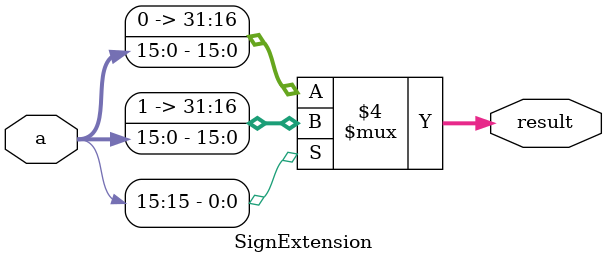
<source format=v>
`timescale 1ns / 1ps
module SignExtension(a, result);
input [15:0] a; 			// 16-bit input
output [31:0] result;   // 32-bit output
reg [31:0] result;

always@(a) 
  begin
  if(a[15]==1'b1) 
    begin
    result={16'b1111111111111111,a};
    end
  else
      begin
      result={16'b0000000000000000,a};
      end
  end

endmodule

</source>
